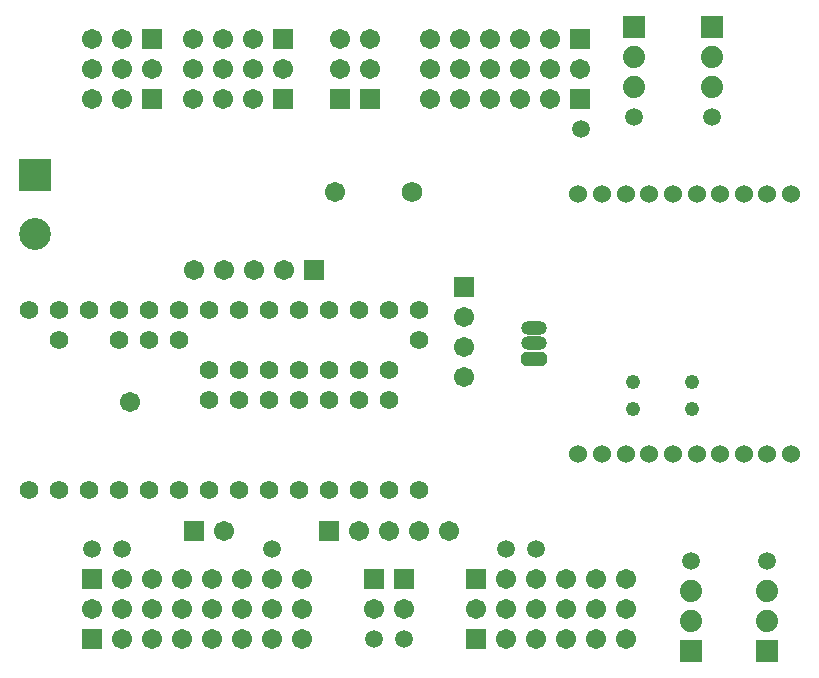
<source format=gbs>
G04 DipTrace Beta 2.3.5.2*
%INTeensy3.1XBreakout.gbs*%
%MOIN*%
%ADD34C,0.0591*%
%ADD39R,0.074X0.074*%
%ADD40C,0.074*%
%ADD43C,0.0489*%
%ADD45C,0.06*%
%ADD46C,0.0619*%
%ADD75C,0.068*%
%ADD81O,0.0867X0.0474*%
%ADD89C,0.1064*%
%ADD91R,0.1064X0.1064*%
%ADD95C,0.0671*%
%ADD97R,0.0671X0.0671*%
%FSLAX44Y44*%
G04*
G70*
G90*
G75*
G01*
%LNBotMask*%
%LPD*%
D97*
X23790Y25440D3*
D95*
Y24440D3*
X22790Y25440D3*
Y24440D3*
X21790Y25440D3*
Y24440D3*
X20790Y25440D3*
Y24440D3*
X19790Y25440D3*
Y24440D3*
X18790Y25440D3*
Y24440D3*
D97*
X23790Y23440D3*
D95*
X22790D3*
X21790D3*
X20790D3*
X19790D3*
X18790D3*
D97*
X9540Y25440D3*
D95*
Y24440D3*
X8540Y25440D3*
Y24440D3*
X7540Y25440D3*
Y24440D3*
D97*
X9540Y23440D3*
D95*
X8540D3*
X7540D3*
D97*
X13890Y25440D3*
D95*
X12890D3*
X11890D3*
X10890D3*
X13890Y24440D3*
X12890D3*
X11890D3*
X10890D3*
D97*
X13890Y23440D3*
D95*
X12890D3*
X11890D3*
X10890D3*
D97*
X7540Y5440D3*
D95*
Y6440D3*
X8540Y5440D3*
Y6440D3*
X9540Y5440D3*
Y6440D3*
X10540Y5440D3*
Y6440D3*
X11540Y5440D3*
Y6440D3*
X12540Y5440D3*
Y6440D3*
X13540Y5440D3*
Y6440D3*
X14540Y5440D3*
Y6440D3*
D97*
X7540Y7440D3*
D95*
X8540D3*
X9540D3*
X10540D3*
X11540D3*
X12540D3*
X13540D3*
X14540D3*
D97*
X20340Y5440D3*
D95*
Y6440D3*
X21340Y5440D3*
Y6440D3*
X22340Y5440D3*
Y6440D3*
X23340Y5440D3*
Y6440D3*
X24340Y5440D3*
Y6440D3*
X25340Y5440D3*
Y6440D3*
D97*
X20340Y7440D3*
D95*
X21340D3*
X22340D3*
X23340D3*
X24340D3*
X25340D3*
D97*
X19940Y17160D3*
D95*
Y16160D3*
Y15160D3*
Y14160D3*
D91*
X5640Y20890D3*
D89*
Y18921D3*
D97*
X15440Y9040D3*
D95*
X16440D3*
X17440D3*
X18440D3*
X19440D3*
D97*
X14940Y17740D3*
D95*
X13940D3*
X12940D3*
X11940D3*
X10940D3*
D97*
Y9040D3*
D95*
X11940D3*
D34*
X8540Y8440D3*
D39*
X25590Y25840D3*
D40*
Y24840D3*
Y23840D3*
D39*
X28190Y25840D3*
D40*
Y24840D3*
Y23840D3*
D39*
X27490Y5040D3*
D40*
Y6040D3*
Y7040D3*
D39*
X30040Y5040D3*
D40*
Y6040D3*
Y7040D3*
D97*
X16790Y23440D3*
D95*
Y24440D3*
Y25440D3*
D97*
X15790Y23440D3*
D95*
Y24440D3*
Y25440D3*
D97*
X16940Y7440D3*
D95*
Y6440D3*
D34*
Y5440D3*
D97*
X17940Y7440D3*
D95*
Y6440D3*
D34*
Y5440D3*
X7540Y8440D3*
X25590Y22840D3*
X28190D3*
X27490Y8040D3*
X30040D3*
X13540Y8440D3*
X23840Y22440D3*
X22340Y8440D3*
X21340D3*
G36*
X22572Y14533D2*
X22694Y14655D1*
Y14885D1*
X22572Y15007D1*
X21948D1*
X21826Y14885D1*
Y14655D1*
X21948Y14533D1*
X22572D1*
G37*
D81*
X22260Y15290D3*
Y15810D3*
D43*
X25556Y13990D3*
X27524D3*
X25556Y13110D3*
X27524D3*
D95*
X8790Y13320D3*
D75*
X18180Y20340D3*
D95*
X15620D3*
D45*
X23740Y20271D3*
X24527D3*
X25315D3*
X26102D3*
X26890D3*
X27677D3*
X28464D3*
X29252D3*
X30039D3*
X30827D3*
X23740Y11609D3*
X24527D3*
X25315D3*
X26102D3*
X26890D3*
X27677D3*
X28464D3*
X29252D3*
X30039D3*
X30827D3*
D46*
X5440Y10390D3*
X6440D3*
X7440D3*
X8440D3*
X9440D3*
X10440D3*
X11440D3*
X12440D3*
X13440D3*
X14440D3*
X15440D3*
X16440D3*
X17440D3*
X18440D3*
Y15390D3*
Y16390D3*
X17440D3*
X16440D3*
X15440D3*
X14440D3*
X13440D3*
X12440D3*
X11440D3*
X10440D3*
X9440D3*
X8440D3*
X7440D3*
X6440D3*
X5440D3*
X6440Y15390D3*
X8440D3*
X9440D3*
X10440D3*
X17440Y13390D3*
Y14390D3*
X16440Y13390D3*
X15440D3*
X14440D3*
X13440D3*
X16440Y14390D3*
X15440D3*
X14440D3*
X13440D3*
X12440D3*
X11440D3*
X12440Y13390D3*
X11440D3*
M02*

</source>
